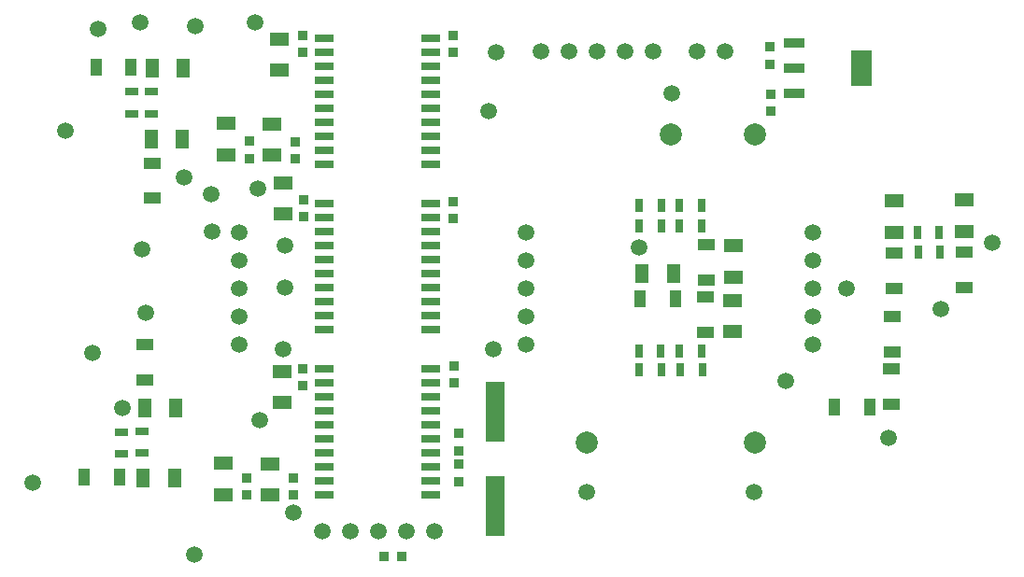
<source format=gbr>
%TF.GenerationSoftware,Altium Limited,Altium Designer,21.6.4 (81)*%
G04 Layer_Color=255*
%FSLAX43Y43*%
%MOMM*%
%TF.SameCoordinates,C39744A4-4465-455E-AB15-BAA165A4C254*%
%TF.FilePolarity,Positive*%
%TF.FileFunction,Pads,Top*%
%TF.Part,Single*%
G01*
G75*
%TA.AperFunction,SMDPad,CuDef*%
%ADD10R,0.900X0.850*%
%ADD11R,1.900X0.950*%
%ADD12R,1.900X3.250*%
%ADD13R,1.800X1.300*%
%ADD14R,0.800X1.250*%
%ADD15R,1.600X1.000*%
%ADD16R,1.000X1.600*%
%ADD17R,1.250X0.800*%
%ADD18R,1.300X1.800*%
%ADD19R,1.800X0.800*%
%ADD20R,0.850X0.900*%
%ADD21R,1.800X5.500*%
%TA.AperFunction,ComponentPad*%
%ADD27C,1.500*%
%ADD28C,2.000*%
D10*
X70587Y47409D02*
D03*
Y45859D02*
D03*
X70663Y41592D02*
D03*
Y43142D02*
D03*
X42360Y10796D02*
D03*
Y12346D02*
D03*
X27349Y6791D02*
D03*
Y8341D02*
D03*
X23133Y6801D02*
D03*
Y8351D02*
D03*
X41961Y16929D02*
D03*
Y18479D02*
D03*
X41891Y31864D02*
D03*
Y33414D02*
D03*
Y46903D02*
D03*
Y48453D02*
D03*
X27568Y38844D02*
D03*
Y37294D02*
D03*
X23377Y38869D02*
D03*
Y37319D02*
D03*
X28309Y33590D02*
D03*
Y32040D02*
D03*
X28194Y48453D02*
D03*
Y46903D02*
D03*
X28267Y18225D02*
D03*
Y16675D02*
D03*
X42360Y8026D02*
D03*
Y9576D02*
D03*
D11*
X72794Y47766D02*
D03*
Y45466D02*
D03*
Y43166D02*
D03*
D12*
X78894Y45466D02*
D03*
D13*
X25241Y9620D02*
D03*
Y6770D02*
D03*
X88162Y30709D02*
D03*
Y33559D02*
D03*
X25477Y40449D02*
D03*
Y37599D02*
D03*
X20999Y6796D02*
D03*
Y9646D02*
D03*
X21269Y40472D02*
D03*
Y37622D02*
D03*
X26416Y35113D02*
D03*
Y32263D02*
D03*
X26122Y48153D02*
D03*
Y45303D02*
D03*
X26399Y18011D02*
D03*
Y15161D02*
D03*
X81787Y30582D02*
D03*
Y33432D02*
D03*
X67223Y29417D02*
D03*
Y26567D02*
D03*
X67192Y21603D02*
D03*
Y24453D02*
D03*
D14*
X64432Y18136D02*
D03*
X62432D02*
D03*
X60708D02*
D03*
X58708D02*
D03*
X62381Y19862D02*
D03*
X64381D02*
D03*
X58673D02*
D03*
X60673D02*
D03*
X58741Y33016D02*
D03*
X60741D02*
D03*
X85915Y30581D02*
D03*
X83915D02*
D03*
X84001Y28811D02*
D03*
X86001D02*
D03*
X58741Y31214D02*
D03*
X60741D02*
D03*
X62390Y31213D02*
D03*
X64390D02*
D03*
Y33017D02*
D03*
X62390D02*
D03*
D15*
X88162Y28811D02*
D03*
Y25611D02*
D03*
X13958Y20419D02*
D03*
Y17219D02*
D03*
X81787Y28702D02*
D03*
Y25502D02*
D03*
X14563Y36888D02*
D03*
Y33688D02*
D03*
X64785Y29513D02*
D03*
Y26313D02*
D03*
X64753Y21530D02*
D03*
Y24730D02*
D03*
X81596Y15021D02*
D03*
Y18221D02*
D03*
X81621Y19789D02*
D03*
Y22989D02*
D03*
D16*
X58821Y24613D02*
D03*
X62021D02*
D03*
X11648Y8433D02*
D03*
X8448D02*
D03*
X9490Y45575D02*
D03*
X12690D02*
D03*
X76403Y14732D02*
D03*
X79603D02*
D03*
D17*
X13646Y12574D02*
D03*
Y10574D02*
D03*
X11791Y10488D02*
D03*
Y12488D02*
D03*
X12741Y41374D02*
D03*
Y43374D02*
D03*
X14493D02*
D03*
Y41374D02*
D03*
D18*
X17413Y45534D02*
D03*
X14563D02*
D03*
X17341Y39021D02*
D03*
X14491D02*
D03*
X58951Y26899D02*
D03*
X61801D02*
D03*
X13888Y14663D02*
D03*
X16738D02*
D03*
X13786Y8287D02*
D03*
X16636D02*
D03*
D19*
X39800Y18215D02*
D03*
Y16945D02*
D03*
Y15675D02*
D03*
Y14405D02*
D03*
Y11865D02*
D03*
Y13135D02*
D03*
Y8055D02*
D03*
Y6785D02*
D03*
Y9325D02*
D03*
Y10595D02*
D03*
X30200Y18215D02*
D03*
Y16945D02*
D03*
Y15675D02*
D03*
Y14405D02*
D03*
Y11865D02*
D03*
Y13135D02*
D03*
Y8055D02*
D03*
Y6785D02*
D03*
Y9325D02*
D03*
Y10595D02*
D03*
X39800Y48215D02*
D03*
Y46945D02*
D03*
Y45675D02*
D03*
Y44405D02*
D03*
Y41865D02*
D03*
Y43135D02*
D03*
Y38055D02*
D03*
Y36785D02*
D03*
Y39325D02*
D03*
Y40595D02*
D03*
X30200Y48215D02*
D03*
Y46945D02*
D03*
Y45675D02*
D03*
Y44405D02*
D03*
Y41865D02*
D03*
Y43135D02*
D03*
Y38055D02*
D03*
Y36785D02*
D03*
Y39325D02*
D03*
Y40595D02*
D03*
Y25595D02*
D03*
Y24325D02*
D03*
Y21785D02*
D03*
Y23055D02*
D03*
Y28135D02*
D03*
Y26865D02*
D03*
Y29405D02*
D03*
Y30675D02*
D03*
Y31945D02*
D03*
Y33215D02*
D03*
X39800Y25595D02*
D03*
Y24325D02*
D03*
Y21785D02*
D03*
Y23055D02*
D03*
Y28135D02*
D03*
Y26865D02*
D03*
Y29405D02*
D03*
Y30675D02*
D03*
Y31945D02*
D03*
Y33215D02*
D03*
D20*
X35623Y1245D02*
D03*
X37173D02*
D03*
D21*
X45644Y14321D02*
D03*
X45644Y5821D02*
D03*
D27*
X13665Y29108D02*
D03*
X17457Y35595D02*
D03*
X20045Y30714D02*
D03*
X86065Y23618D02*
D03*
X77470Y25552D02*
D03*
X9149Y19666D02*
D03*
X13986Y23343D02*
D03*
X54010Y7090D02*
D03*
X61657Y43231D02*
D03*
X13503Y49608D02*
D03*
X6756Y39822D02*
D03*
X9703Y49078D02*
D03*
X18466Y49327D02*
D03*
X24130Y34544D02*
D03*
X19916Y34064D02*
D03*
X90678Y29632D02*
D03*
X71984Y17094D02*
D03*
X22500Y25500D02*
D03*
Y30580D02*
D03*
Y28040D02*
D03*
Y22960D02*
D03*
Y20420D02*
D03*
X58741Y29253D02*
D03*
X26604Y25595D02*
D03*
X26441Y19990D02*
D03*
X45466D02*
D03*
X26619Y29405D02*
D03*
X23890Y49682D02*
D03*
X69164Y7071D02*
D03*
X3759Y7926D02*
D03*
X24302Y13558D02*
D03*
X18440Y1346D02*
D03*
X11862Y14667D02*
D03*
X27349Y5162D02*
D03*
X81331Y11968D02*
D03*
X45085Y41592D02*
D03*
X45796Y46952D02*
D03*
X60000Y47000D02*
D03*
X57460D02*
D03*
X54920D02*
D03*
X52380D02*
D03*
X49840D02*
D03*
X66540D02*
D03*
X64000D02*
D03*
X40160Y3500D02*
D03*
X37620D02*
D03*
X35080D02*
D03*
X32540D02*
D03*
X30000D02*
D03*
X74500Y30580D02*
D03*
Y28040D02*
D03*
Y25500D02*
D03*
Y22960D02*
D03*
Y20420D02*
D03*
X48500Y20420D02*
D03*
Y22960D02*
D03*
Y25500D02*
D03*
Y28040D02*
D03*
Y30580D02*
D03*
D28*
X69210Y11500D02*
D03*
X54010D02*
D03*
X69210Y39500D02*
D03*
X61610D02*
D03*
%TF.MD5,1cbc22608a723483cb8cc35c78bc4b37*%
M02*

</source>
